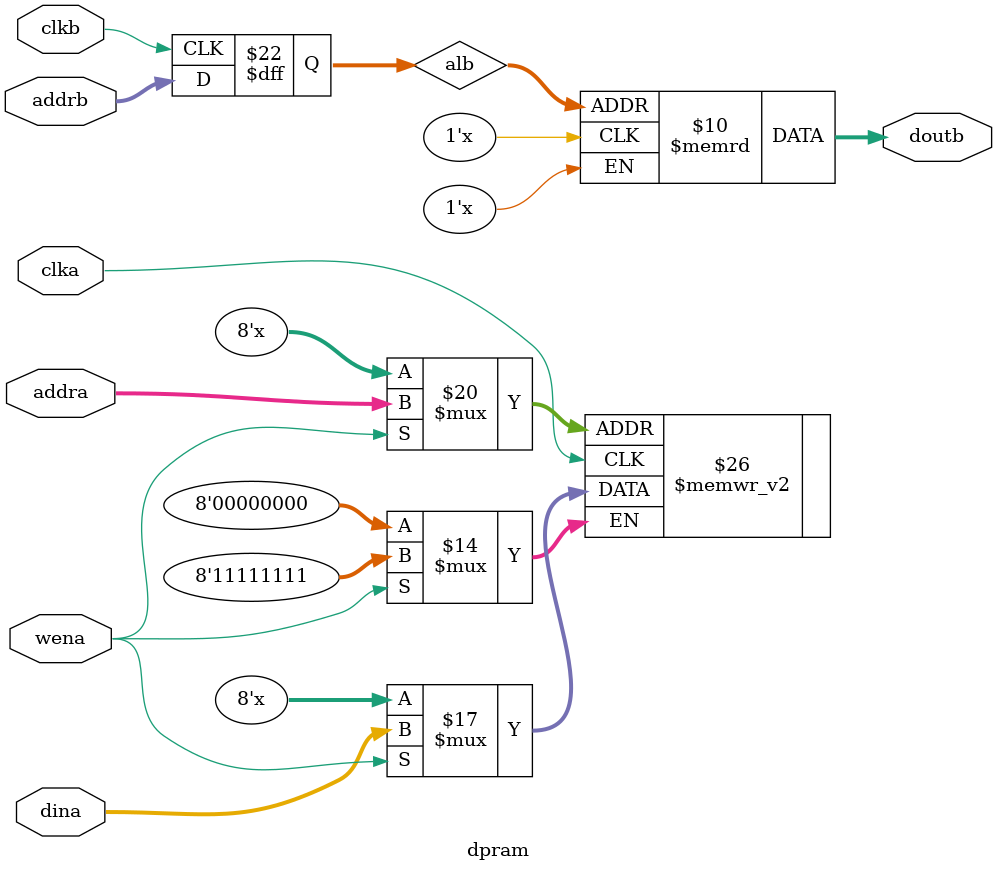
<source format=v>

module dpram #(
	parameter aw=8,
	parameter dw=8
) (input clka, clkb, wena,
	input [aw-1:0] addra, addrb,
	input [dw-1:0] dina,
	output [dw-1:0] doutb
);
// minimalist dual-port RAM model, hope most tools can synthesize it
localparam sz=(32'b1<<aw)-1;
reg [dw-1:0] mem[sz:0];
reg [aw-1:0] alb=0;
(* ivl_synthesis_on *)
always @(posedge clka) if (wena) mem[addra] <= dina;
always @(posedge clkb) alb <= addrb;
assign doutb = mem[alb];
(* ivl_synthesis_off *)
initial $display("PASSED");
endmodule

</source>
